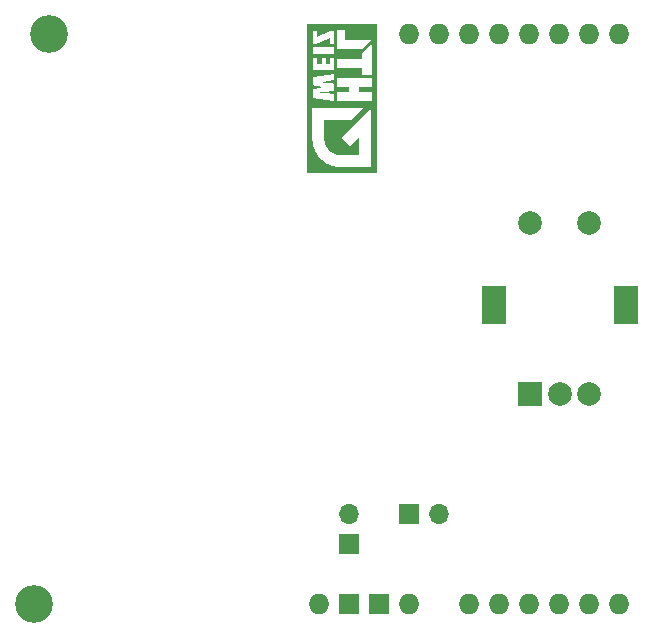
<source format=gbr>
%TF.GenerationSoftware,KiCad,Pcbnew,(7.0.0)*%
%TF.CreationDate,2023-03-08T01:03:57+01:00*%
%TF.ProjectId,simple-io-shield,73696d70-6c65-42d6-996f-2d736869656c,rev0*%
%TF.SameCoordinates,Original*%
%TF.FileFunction,Soldermask,Bot*%
%TF.FilePolarity,Negative*%
%FSLAX46Y46*%
G04 Gerber Fmt 4.6, Leading zero omitted, Abs format (unit mm)*
G04 Created by KiCad (PCBNEW (7.0.0)) date 2023-03-08 01:03:57*
%MOMM*%
%LPD*%
G01*
G04 APERTURE LIST*
%ADD10C,3.200000*%
%ADD11O,1.727200X1.727200*%
%ADD12R,1.727200X1.727200*%
%ADD13R,1.700000X1.700000*%
%ADD14O,1.700000X1.700000*%
%ADD15R,2.000000X2.000000*%
%ADD16C,2.000000*%
%ADD17R,2.000000X3.200000*%
G04 APERTURE END LIST*
%TO.C,REF\u002A\u002A*%
G36*
X161466926Y-93045975D02*
G01*
X161466926Y-90143799D01*
X161967141Y-90143799D01*
X161970258Y-90267406D01*
X161979510Y-90389381D01*
X161994745Y-90509572D01*
X162015815Y-90627831D01*
X162042570Y-90744007D01*
X162074859Y-90857950D01*
X162112533Y-90969511D01*
X162155441Y-91078540D01*
X162203435Y-91184886D01*
X162256363Y-91288400D01*
X162314077Y-91388932D01*
X162376426Y-91486331D01*
X162443260Y-91580449D01*
X162514430Y-91671135D01*
X162589785Y-91758239D01*
X162669176Y-91841611D01*
X162752453Y-91921102D01*
X162839465Y-91996561D01*
X162930064Y-92067838D01*
X163024098Y-92134784D01*
X163121419Y-92197249D01*
X163221876Y-92255082D01*
X163325319Y-92308135D01*
X163431599Y-92356256D01*
X163540565Y-92399296D01*
X163652068Y-92437105D01*
X163765958Y-92469533D01*
X163882085Y-92496431D01*
X164000298Y-92517648D01*
X164120449Y-92533034D01*
X164242387Y-92542440D01*
X164365962Y-92545716D01*
X166961667Y-92545746D01*
X166961667Y-87551216D01*
X165948293Y-88566139D01*
X164463630Y-90052353D01*
X165167979Y-90757736D01*
X165946744Y-89986206D01*
X165949344Y-89989304D01*
X165949344Y-91537010D01*
X164369079Y-91537010D01*
X164297420Y-91535203D01*
X164226708Y-91529837D01*
X164157029Y-91521001D01*
X164088469Y-91508782D01*
X164021117Y-91493265D01*
X163955059Y-91474539D01*
X163890383Y-91452690D01*
X163827175Y-91427805D01*
X163765523Y-91399971D01*
X163705515Y-91369275D01*
X163647236Y-91335805D01*
X163590775Y-91299646D01*
X163536219Y-91260886D01*
X163483654Y-91219612D01*
X163433168Y-91175910D01*
X163384847Y-91129869D01*
X163338781Y-91081574D01*
X163295054Y-91031113D01*
X163253755Y-90978572D01*
X163214971Y-90924039D01*
X163178788Y-90867600D01*
X163145295Y-90809343D01*
X163114577Y-90749354D01*
X163086724Y-90687721D01*
X163061820Y-90624530D01*
X163039954Y-90559868D01*
X163021213Y-90493823D01*
X163005684Y-90426481D01*
X162993454Y-90357928D01*
X162984611Y-90288253D01*
X162979241Y-90217542D01*
X162977431Y-90145882D01*
X162977431Y-88567169D01*
X165272899Y-88567169D01*
X166286790Y-87553795D01*
X166284190Y-87551194D01*
X164009408Y-87551194D01*
X164009395Y-87551194D01*
X163786153Y-87551194D01*
X161967141Y-87551194D01*
X161967141Y-90143799D01*
X161466926Y-90143799D01*
X161466926Y-86994149D01*
X164009408Y-86994149D01*
X166967366Y-86994149D01*
X166967366Y-86228821D01*
X165887845Y-86228821D01*
X165887845Y-85801461D01*
X166967366Y-85801461D01*
X166967366Y-85039231D01*
X166171033Y-85039231D01*
X164009408Y-85039231D01*
X164009408Y-85801461D01*
X165056373Y-85801461D01*
X165056373Y-86228821D01*
X164009408Y-86228821D01*
X164009408Y-86994149D01*
X161466926Y-86994149D01*
X161466926Y-86668587D01*
X161972826Y-86668587D01*
X163786153Y-86927483D01*
X163786153Y-86365761D01*
X163153633Y-86304779D01*
X162541784Y-86245873D01*
X162665083Y-86236371D01*
X162797605Y-86223894D01*
X162939344Y-86208436D01*
X163090298Y-86189989D01*
X163250460Y-86168548D01*
X163419826Y-86144105D01*
X163598392Y-86116655D01*
X163786153Y-86086190D01*
X163786153Y-85485710D01*
X163718902Y-85477279D01*
X163596701Y-85463976D01*
X163419622Y-85445778D01*
X163187740Y-85422661D01*
X162497858Y-85358582D01*
X162662008Y-85345275D01*
X162825292Y-85330016D01*
X162987696Y-85312803D01*
X163149212Y-85293633D01*
X163309826Y-85272505D01*
X163469528Y-85249416D01*
X163628307Y-85224365D01*
X163786152Y-85197350D01*
X163786152Y-84635628D01*
X161972827Y-84893494D01*
X161972826Y-84893494D01*
X161972826Y-85614899D01*
X162079086Y-85639339D01*
X162188949Y-85663059D01*
X162302412Y-85686055D01*
X162419474Y-85708326D01*
X162540132Y-85729867D01*
X162664386Y-85750676D01*
X162792233Y-85770749D01*
X162923672Y-85790085D01*
X162778546Y-85813126D01*
X162571687Y-85847678D01*
X161972826Y-85951317D01*
X161972826Y-86668587D01*
X161466926Y-86668587D01*
X161466926Y-83339073D01*
X161972827Y-83339073D01*
X161972827Y-84367432D01*
X163786153Y-84367432D01*
X163786153Y-84174172D01*
X164009408Y-84174172D01*
X166171033Y-84174172D01*
X166171033Y-84791191D01*
X166967366Y-84791184D01*
X166967366Y-82106079D01*
X166171033Y-82914299D01*
X166171033Y-83411942D01*
X164009408Y-83411942D01*
X164009408Y-84174172D01*
X163786153Y-84174172D01*
X163786153Y-83339073D01*
X163423384Y-83339073D01*
X163423384Y-83789177D01*
X163079219Y-83789177D01*
X163079219Y-83339073D01*
X162734537Y-83339073D01*
X162734537Y-83789177D01*
X162335595Y-83789177D01*
X162335595Y-83339073D01*
X161972827Y-83339073D01*
X161466926Y-83339073D01*
X161466926Y-82416642D01*
X161972827Y-82416642D01*
X161972827Y-82994904D01*
X163786153Y-82994904D01*
X163786153Y-82416642D01*
X161972827Y-82416642D01*
X161466926Y-82416642D01*
X161466926Y-81026551D01*
X161972827Y-81026551D01*
X161972827Y-82152062D01*
X162235860Y-82152062D01*
X163423384Y-81647698D01*
X163423384Y-82105034D01*
X163786153Y-82105034D01*
X163786153Y-81026551D01*
X163423384Y-81026551D01*
X162335595Y-81519028D01*
X162335595Y-81026551D01*
X161972827Y-81026551D01*
X161466926Y-81026551D01*
X161466926Y-80939736D01*
X164009395Y-80939736D01*
X164009395Y-82579430D01*
X166153449Y-82579430D01*
X166915677Y-81817200D01*
X164732865Y-81817200D01*
X164732865Y-80939736D01*
X164009395Y-80939736D01*
X161466926Y-80939736D01*
X161466926Y-80440026D01*
X167467076Y-80440026D01*
X167467076Y-93045975D01*
X166961667Y-93045975D01*
X161466926Y-93045975D01*
G37*
%TD*%
D10*
%TO.C,XA1*%
X138430000Y-129540000D03*
X139700000Y-81280000D03*
D11*
X162559999Y-129539999D03*
X175259999Y-129539999D03*
X177799999Y-129539999D03*
X180339999Y-129539999D03*
X182879999Y-129539999D03*
X185419999Y-129539999D03*
X187959999Y-129539999D03*
X187959999Y-81279999D03*
X185419999Y-81279999D03*
X182879999Y-81279999D03*
X180339999Y-81279999D03*
X177799999Y-81279999D03*
X175259999Y-81279999D03*
X172719999Y-81279999D03*
X170179999Y-81279999D03*
D12*
X165099999Y-129539999D03*
X167639999Y-129539999D03*
D11*
X170179999Y-129539999D03*
%TD*%
D13*
%TO.C,J2*%
X165099999Y-124459999D03*
D14*
X165099999Y-121919999D03*
%TD*%
D15*
%TO.C,SW3*%
X180419999Y-111759999D03*
D16*
X185420000Y-111760000D03*
X182920000Y-111760000D03*
D17*
X177319999Y-104259999D03*
X188519999Y-104259999D03*
D16*
X185420000Y-97260000D03*
X180420000Y-97260000D03*
%TD*%
D13*
%TO.C,J1*%
X170179999Y-121919999D03*
D14*
X172719999Y-121919999D03*
%TD*%
M02*

</source>
